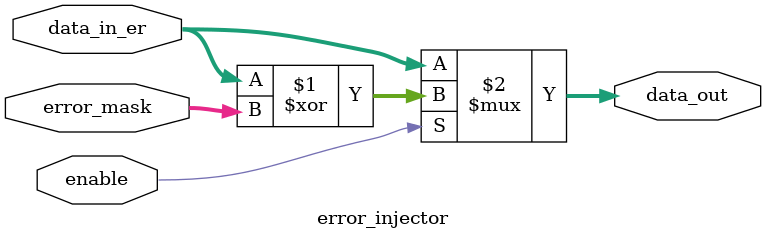
<source format=v>
module error_injector (
  input  wire [8-1:0] data_in_er,
  input  wire         enable,
  input  wire [8-1:0] error_mask, // Ví dụ: 8'b00010000 để lật bit 4
  output wire [8-1:0] data_out
);

  assign data_out = enable ? (data_in_er ^ error_mask) : data_in_er;

endmodule
</source>
